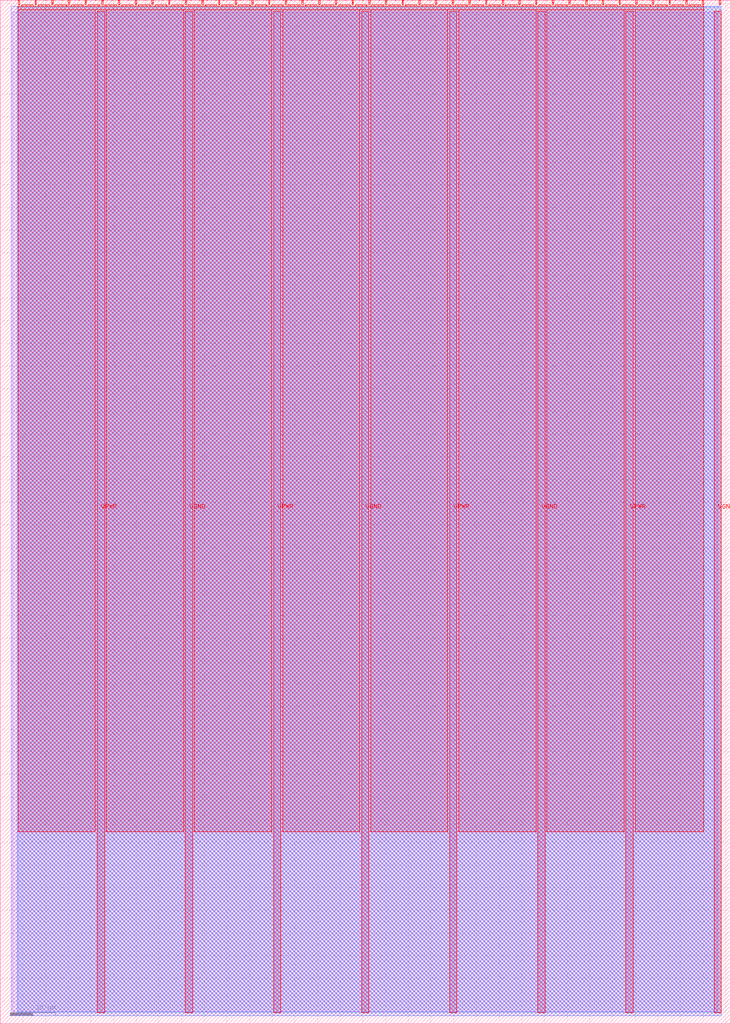
<source format=lef>
VERSION 5.7 ;
  NOWIREEXTENSIONATPIN ON ;
  DIVIDERCHAR "/" ;
  BUSBITCHARS "[]" ;
MACRO tt_um_underserved
  CLASS BLOCK ;
  FOREIGN tt_um_underserved ;
  ORIGIN 0.000 0.000 ;
  SIZE 161.000 BY 225.760 ;
  PIN VGND
    DIRECTION INOUT ;
    USE GROUND ;
    PORT
      LAYER met4 ;
        RECT 40.830 2.480 42.430 223.280 ;
    END
    PORT
      LAYER met4 ;
        RECT 79.700 2.480 81.300 223.280 ;
    END
    PORT
      LAYER met4 ;
        RECT 118.570 2.480 120.170 223.280 ;
    END
    PORT
      LAYER met4 ;
        RECT 157.440 2.480 159.040 223.280 ;
    END
  END VGND
  PIN VPWR
    DIRECTION INOUT ;
    USE POWER ;
    PORT
      LAYER met4 ;
        RECT 21.395 2.480 22.995 223.280 ;
    END
    PORT
      LAYER met4 ;
        RECT 60.265 2.480 61.865 223.280 ;
    END
    PORT
      LAYER met4 ;
        RECT 99.135 2.480 100.735 223.280 ;
    END
    PORT
      LAYER met4 ;
        RECT 138.005 2.480 139.605 223.280 ;
    END
  END VPWR
  PIN clk
    DIRECTION INPUT ;
    USE SIGNAL ;
    ANTENNAGATEAREA 0.852000 ;
    PORT
      LAYER met4 ;
        RECT 154.870 224.760 155.170 225.760 ;
    END
  END clk
  PIN ena
    DIRECTION INPUT ;
    USE SIGNAL ;
    PORT
      LAYER met4 ;
        RECT 158.550 224.760 158.850 225.760 ;
    END
  END ena
  PIN rst_n
    DIRECTION INPUT ;
    USE SIGNAL ;
    ANTENNAGATEAREA 0.213000 ;
    PORT
      LAYER met4 ;
        RECT 151.190 224.760 151.490 225.760 ;
    END
  END rst_n
  PIN ui_in[0]
    DIRECTION INPUT ;
    USE SIGNAL ;
    PORT
      LAYER met4 ;
        RECT 147.510 224.760 147.810 225.760 ;
    END
  END ui_in[0]
  PIN ui_in[1]
    DIRECTION INPUT ;
    USE SIGNAL ;
    PORT
      LAYER met4 ;
        RECT 143.830 224.760 144.130 225.760 ;
    END
  END ui_in[1]
  PIN ui_in[2]
    DIRECTION INPUT ;
    USE SIGNAL ;
    PORT
      LAYER met4 ;
        RECT 140.150 224.760 140.450 225.760 ;
    END
  END ui_in[2]
  PIN ui_in[3]
    DIRECTION INPUT ;
    USE SIGNAL ;
    PORT
      LAYER met4 ;
        RECT 136.470 224.760 136.770 225.760 ;
    END
  END ui_in[3]
  PIN ui_in[4]
    DIRECTION INPUT ;
    USE SIGNAL ;
    PORT
      LAYER met4 ;
        RECT 132.790 224.760 133.090 225.760 ;
    END
  END ui_in[4]
  PIN ui_in[5]
    DIRECTION INPUT ;
    USE SIGNAL ;
    PORT
      LAYER met4 ;
        RECT 129.110 224.760 129.410 225.760 ;
    END
  END ui_in[5]
  PIN ui_in[6]
    DIRECTION INPUT ;
    USE SIGNAL ;
    PORT
      LAYER met4 ;
        RECT 125.430 224.760 125.730 225.760 ;
    END
  END ui_in[6]
  PIN ui_in[7]
    DIRECTION INPUT ;
    USE SIGNAL ;
    ANTENNAGATEAREA 0.196500 ;
    PORT
      LAYER met4 ;
        RECT 121.750 224.760 122.050 225.760 ;
    END
  END ui_in[7]
  PIN uio_in[0]
    DIRECTION INPUT ;
    USE SIGNAL ;
    PORT
      LAYER met4 ;
        RECT 118.070 224.760 118.370 225.760 ;
    END
  END uio_in[0]
  PIN uio_in[1]
    DIRECTION INPUT ;
    USE SIGNAL ;
    PORT
      LAYER met4 ;
        RECT 114.390 224.760 114.690 225.760 ;
    END
  END uio_in[1]
  PIN uio_in[2]
    DIRECTION INPUT ;
    USE SIGNAL ;
    PORT
      LAYER met4 ;
        RECT 110.710 224.760 111.010 225.760 ;
    END
  END uio_in[2]
  PIN uio_in[3]
    DIRECTION INPUT ;
    USE SIGNAL ;
    PORT
      LAYER met4 ;
        RECT 107.030 224.760 107.330 225.760 ;
    END
  END uio_in[3]
  PIN uio_in[4]
    DIRECTION INPUT ;
    USE SIGNAL ;
    PORT
      LAYER met4 ;
        RECT 103.350 224.760 103.650 225.760 ;
    END
  END uio_in[4]
  PIN uio_in[5]
    DIRECTION INPUT ;
    USE SIGNAL ;
    PORT
      LAYER met4 ;
        RECT 99.670 224.760 99.970 225.760 ;
    END
  END uio_in[5]
  PIN uio_in[6]
    DIRECTION INPUT ;
    USE SIGNAL ;
    PORT
      LAYER met4 ;
        RECT 95.990 224.760 96.290 225.760 ;
    END
  END uio_in[6]
  PIN uio_in[7]
    DIRECTION INPUT ;
    USE SIGNAL ;
    PORT
      LAYER met4 ;
        RECT 92.310 224.760 92.610 225.760 ;
    END
  END uio_in[7]
  PIN uio_oe[0]
    DIRECTION OUTPUT TRISTATE ;
    USE SIGNAL ;
    PORT
      LAYER met4 ;
        RECT 29.750 224.760 30.050 225.760 ;
    END
  END uio_oe[0]
  PIN uio_oe[1]
    DIRECTION OUTPUT TRISTATE ;
    USE SIGNAL ;
    PORT
      LAYER met4 ;
        RECT 26.070 224.760 26.370 225.760 ;
    END
  END uio_oe[1]
  PIN uio_oe[2]
    DIRECTION OUTPUT TRISTATE ;
    USE SIGNAL ;
    PORT
      LAYER met4 ;
        RECT 22.390 224.760 22.690 225.760 ;
    END
  END uio_oe[2]
  PIN uio_oe[3]
    DIRECTION OUTPUT TRISTATE ;
    USE SIGNAL ;
    PORT
      LAYER met4 ;
        RECT 18.710 224.760 19.010 225.760 ;
    END
  END uio_oe[3]
  PIN uio_oe[4]
    DIRECTION OUTPUT TRISTATE ;
    USE SIGNAL ;
    PORT
      LAYER met4 ;
        RECT 15.030 224.760 15.330 225.760 ;
    END
  END uio_oe[4]
  PIN uio_oe[5]
    DIRECTION OUTPUT TRISTATE ;
    USE SIGNAL ;
    PORT
      LAYER met4 ;
        RECT 11.350 224.760 11.650 225.760 ;
    END
  END uio_oe[5]
  PIN uio_oe[6]
    DIRECTION OUTPUT TRISTATE ;
    USE SIGNAL ;
    PORT
      LAYER met4 ;
        RECT 7.670 224.760 7.970 225.760 ;
    END
  END uio_oe[6]
  PIN uio_oe[7]
    DIRECTION OUTPUT TRISTATE ;
    USE SIGNAL ;
    PORT
      LAYER met4 ;
        RECT 3.990 224.760 4.290 225.760 ;
    END
  END uio_oe[7]
  PIN uio_out[0]
    DIRECTION OUTPUT TRISTATE ;
    USE SIGNAL ;
    PORT
      LAYER met4 ;
        RECT 59.190 224.760 59.490 225.760 ;
    END
  END uio_out[0]
  PIN uio_out[1]
    DIRECTION OUTPUT TRISTATE ;
    USE SIGNAL ;
    PORT
      LAYER met4 ;
        RECT 55.510 224.760 55.810 225.760 ;
    END
  END uio_out[1]
  PIN uio_out[2]
    DIRECTION OUTPUT TRISTATE ;
    USE SIGNAL ;
    PORT
      LAYER met4 ;
        RECT 51.830 224.760 52.130 225.760 ;
    END
  END uio_out[2]
  PIN uio_out[3]
    DIRECTION OUTPUT TRISTATE ;
    USE SIGNAL ;
    PORT
      LAYER met4 ;
        RECT 48.150 224.760 48.450 225.760 ;
    END
  END uio_out[3]
  PIN uio_out[4]
    DIRECTION OUTPUT TRISTATE ;
    USE SIGNAL ;
    PORT
      LAYER met4 ;
        RECT 44.470 224.760 44.770 225.760 ;
    END
  END uio_out[4]
  PIN uio_out[5]
    DIRECTION OUTPUT TRISTATE ;
    USE SIGNAL ;
    PORT
      LAYER met4 ;
        RECT 40.790 224.760 41.090 225.760 ;
    END
  END uio_out[5]
  PIN uio_out[6]
    DIRECTION OUTPUT TRISTATE ;
    USE SIGNAL ;
    PORT
      LAYER met4 ;
        RECT 37.110 224.760 37.410 225.760 ;
    END
  END uio_out[6]
  PIN uio_out[7]
    DIRECTION OUTPUT TRISTATE ;
    USE SIGNAL ;
    PORT
      LAYER met4 ;
        RECT 33.430 224.760 33.730 225.760 ;
    END
  END uio_out[7]
  PIN uo_out[0]
    DIRECTION OUTPUT TRISTATE ;
    USE SIGNAL ;
    ANTENNAGATEAREA 0.126000 ;
    ANTENNADIFFAREA 0.445500 ;
    PORT
      LAYER met4 ;
        RECT 88.630 224.760 88.930 225.760 ;
    END
  END uo_out[0]
  PIN uo_out[1]
    DIRECTION OUTPUT TRISTATE ;
    USE SIGNAL ;
    ANTENNAGATEAREA 0.126000 ;
    ANTENNADIFFAREA 0.445500 ;
    PORT
      LAYER met4 ;
        RECT 84.950 224.760 85.250 225.760 ;
    END
  END uo_out[1]
  PIN uo_out[2]
    DIRECTION OUTPUT TRISTATE ;
    USE SIGNAL ;
    ANTENNAGATEAREA 0.126000 ;
    ANTENNADIFFAREA 0.445500 ;
    PORT
      LAYER met4 ;
        RECT 81.270 224.760 81.570 225.760 ;
    END
  END uo_out[2]
  PIN uo_out[3]
    DIRECTION OUTPUT TRISTATE ;
    USE SIGNAL ;
    ANTENNAGATEAREA 0.126000 ;
    ANTENNADIFFAREA 0.445500 ;
    PORT
      LAYER met4 ;
        RECT 77.590 224.760 77.890 225.760 ;
    END
  END uo_out[3]
  PIN uo_out[4]
    DIRECTION OUTPUT TRISTATE ;
    USE SIGNAL ;
    ANTENNAGATEAREA 0.126000 ;
    ANTENNADIFFAREA 0.445500 ;
    PORT
      LAYER met4 ;
        RECT 73.910 224.760 74.210 225.760 ;
    END
  END uo_out[4]
  PIN uo_out[5]
    DIRECTION OUTPUT TRISTATE ;
    USE SIGNAL ;
    ANTENNADIFFAREA 0.795200 ;
    PORT
      LAYER met4 ;
        RECT 70.230 224.760 70.530 225.760 ;
    END
  END uo_out[5]
  PIN uo_out[6]
    DIRECTION OUTPUT TRISTATE ;
    USE SIGNAL ;
    ANTENNADIFFAREA 0.795200 ;
    PORT
      LAYER met4 ;
        RECT 66.550 224.760 66.850 225.760 ;
    END
  END uo_out[6]
  PIN uo_out[7]
    DIRECTION OUTPUT TRISTATE ;
    USE SIGNAL ;
    ANTENNADIFFAREA 0.795200 ;
    PORT
      LAYER met4 ;
        RECT 62.870 224.760 63.170 225.760 ;
    END
  END uo_out[7]
  OBS
      LAYER li1 ;
        RECT 2.760 2.635 158.240 223.125 ;
      LAYER met1 ;
        RECT 2.460 1.740 159.040 224.360 ;
      LAYER met2 ;
        RECT 3.780 1.710 159.010 224.390 ;
      LAYER met3 ;
        RECT 3.950 2.555 159.030 224.225 ;
      LAYER met4 ;
        RECT 4.690 224.360 7.270 224.760 ;
        RECT 8.370 224.360 10.950 224.760 ;
        RECT 12.050 224.360 14.630 224.760 ;
        RECT 15.730 224.360 18.310 224.760 ;
        RECT 19.410 224.360 21.990 224.760 ;
        RECT 23.090 224.360 25.670 224.760 ;
        RECT 26.770 224.360 29.350 224.760 ;
        RECT 30.450 224.360 33.030 224.760 ;
        RECT 34.130 224.360 36.710 224.760 ;
        RECT 37.810 224.360 40.390 224.760 ;
        RECT 41.490 224.360 44.070 224.760 ;
        RECT 45.170 224.360 47.750 224.760 ;
        RECT 48.850 224.360 51.430 224.760 ;
        RECT 52.530 224.360 55.110 224.760 ;
        RECT 56.210 224.360 58.790 224.760 ;
        RECT 59.890 224.360 62.470 224.760 ;
        RECT 63.570 224.360 66.150 224.760 ;
        RECT 67.250 224.360 69.830 224.760 ;
        RECT 70.930 224.360 73.510 224.760 ;
        RECT 74.610 224.360 77.190 224.760 ;
        RECT 78.290 224.360 80.870 224.760 ;
        RECT 81.970 224.360 84.550 224.760 ;
        RECT 85.650 224.360 88.230 224.760 ;
        RECT 89.330 224.360 91.910 224.760 ;
        RECT 93.010 224.360 95.590 224.760 ;
        RECT 96.690 224.360 99.270 224.760 ;
        RECT 100.370 224.360 102.950 224.760 ;
        RECT 104.050 224.360 106.630 224.760 ;
        RECT 107.730 224.360 110.310 224.760 ;
        RECT 111.410 224.360 113.990 224.760 ;
        RECT 115.090 224.360 117.670 224.760 ;
        RECT 118.770 224.360 121.350 224.760 ;
        RECT 122.450 224.360 125.030 224.760 ;
        RECT 126.130 224.360 128.710 224.760 ;
        RECT 129.810 224.360 132.390 224.760 ;
        RECT 133.490 224.360 136.070 224.760 ;
        RECT 137.170 224.360 139.750 224.760 ;
        RECT 140.850 224.360 143.430 224.760 ;
        RECT 144.530 224.360 147.110 224.760 ;
        RECT 148.210 224.360 150.790 224.760 ;
        RECT 151.890 224.360 154.470 224.760 ;
        RECT 3.975 223.680 155.185 224.360 ;
        RECT 3.975 42.335 20.995 223.680 ;
        RECT 23.395 42.335 40.430 223.680 ;
        RECT 42.830 42.335 59.865 223.680 ;
        RECT 62.265 42.335 79.300 223.680 ;
        RECT 81.700 42.335 98.735 223.680 ;
        RECT 101.135 42.335 118.170 223.680 ;
        RECT 120.570 42.335 137.605 223.680 ;
        RECT 140.005 42.335 155.185 223.680 ;
  END
END tt_um_underserved
END LIBRARY


</source>
